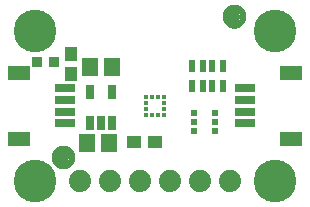
<source format=gbr>
G04 EAGLE Gerber RS-274X export*
G75*
%MOMM*%
%FSLAX34Y34*%
%LPD*%
%INSoldermask Top*%
%IPPOS*%
%AMOC8*
5,1,8,0,0,1.08239X$1,22.5*%
G01*
%ADD10R,1.341600X1.601600*%
%ADD11R,0.651600X1.301600*%
%ADD12R,1.176600X1.101600*%
%ADD13R,0.551600X1.001600*%
%ADD14R,0.601600X0.601600*%
%ADD15R,0.601600X0.501600*%
%ADD16R,0.351600X0.376600*%
%ADD17R,0.376600X0.351600*%
%ADD18C,1.879600*%
%ADD19C,3.617600*%
%ADD20R,1.651600X0.701600*%
%ADD21R,1.901600X1.301600*%
%ADD22C,1.101600*%
%ADD23C,0.500000*%
%ADD24R,0.901600X0.901600*%
%ADD25R,1.101600X1.176600*%


D10*
X69240Y57150D03*
X88240Y57150D03*
D11*
X71780Y74629D03*
X81280Y74629D03*
X90780Y74629D03*
X90780Y100631D03*
X71780Y100631D03*
D10*
X71780Y121920D03*
X90780Y121920D03*
D12*
X126610Y58420D03*
X109610Y58420D03*
D13*
X184450Y105800D03*
X184450Y122800D03*
X175450Y105800D03*
X167450Y105800D03*
X158450Y105800D03*
X158450Y122800D03*
X175450Y122800D03*
X167450Y122800D03*
D14*
X177910Y67430D03*
D15*
X177910Y74930D03*
D14*
X177910Y82430D03*
X159910Y82430D03*
D15*
X159910Y74930D03*
D14*
X159910Y67430D03*
D16*
X119500Y81400D03*
X124500Y81400D03*
X129500Y81400D03*
X134500Y81400D03*
D17*
X134500Y86400D03*
X134500Y91400D03*
D16*
X134500Y96400D03*
X129500Y96400D03*
X124500Y96400D03*
X119500Y96400D03*
D17*
X119500Y91400D03*
X119500Y86400D03*
D18*
X63500Y25400D03*
X88900Y25400D03*
X114300Y25400D03*
X139700Y25400D03*
X165100Y25400D03*
X190500Y25400D03*
D19*
X25400Y152400D03*
X228600Y152400D03*
D20*
X203460Y83900D03*
X203460Y93900D03*
X203460Y73900D03*
X203460Y103900D03*
D21*
X242460Y60900D03*
X242460Y116900D03*
D20*
X50540Y93900D03*
X50540Y83900D03*
X50540Y103900D03*
X50540Y73900D03*
D21*
X11540Y116900D03*
X11540Y60900D03*
D22*
X49530Y45085D03*
D23*
X49530Y52585D02*
X49349Y52583D01*
X49168Y52576D01*
X48987Y52565D01*
X48806Y52550D01*
X48626Y52530D01*
X48446Y52506D01*
X48267Y52478D01*
X48089Y52445D01*
X47912Y52408D01*
X47735Y52367D01*
X47560Y52322D01*
X47385Y52272D01*
X47212Y52218D01*
X47041Y52160D01*
X46870Y52098D01*
X46702Y52031D01*
X46535Y51961D01*
X46369Y51887D01*
X46206Y51808D01*
X46045Y51726D01*
X45885Y51640D01*
X45728Y51550D01*
X45573Y51456D01*
X45420Y51359D01*
X45270Y51257D01*
X45122Y51153D01*
X44976Y51044D01*
X44834Y50933D01*
X44694Y50817D01*
X44557Y50699D01*
X44422Y50577D01*
X44291Y50452D01*
X44163Y50324D01*
X44038Y50193D01*
X43916Y50058D01*
X43798Y49921D01*
X43682Y49781D01*
X43571Y49639D01*
X43462Y49493D01*
X43358Y49345D01*
X43256Y49195D01*
X43159Y49042D01*
X43065Y48887D01*
X42975Y48730D01*
X42889Y48570D01*
X42807Y48409D01*
X42728Y48246D01*
X42654Y48080D01*
X42584Y47913D01*
X42517Y47745D01*
X42455Y47574D01*
X42397Y47403D01*
X42343Y47230D01*
X42293Y47055D01*
X42248Y46880D01*
X42207Y46703D01*
X42170Y46526D01*
X42137Y46348D01*
X42109Y46169D01*
X42085Y45989D01*
X42065Y45809D01*
X42050Y45628D01*
X42039Y45447D01*
X42032Y45266D01*
X42030Y45085D01*
X49530Y52585D02*
X49711Y52583D01*
X49892Y52576D01*
X50073Y52565D01*
X50254Y52550D01*
X50434Y52530D01*
X50614Y52506D01*
X50793Y52478D01*
X50971Y52445D01*
X51148Y52408D01*
X51325Y52367D01*
X51500Y52322D01*
X51675Y52272D01*
X51848Y52218D01*
X52019Y52160D01*
X52190Y52098D01*
X52358Y52031D01*
X52525Y51961D01*
X52691Y51887D01*
X52854Y51808D01*
X53015Y51726D01*
X53175Y51640D01*
X53332Y51550D01*
X53487Y51456D01*
X53640Y51359D01*
X53790Y51257D01*
X53938Y51153D01*
X54084Y51044D01*
X54226Y50933D01*
X54366Y50817D01*
X54503Y50699D01*
X54638Y50577D01*
X54769Y50452D01*
X54897Y50324D01*
X55022Y50193D01*
X55144Y50058D01*
X55262Y49921D01*
X55378Y49781D01*
X55489Y49639D01*
X55598Y49493D01*
X55702Y49345D01*
X55804Y49195D01*
X55901Y49042D01*
X55995Y48887D01*
X56085Y48730D01*
X56171Y48570D01*
X56253Y48409D01*
X56332Y48246D01*
X56406Y48080D01*
X56476Y47913D01*
X56543Y47745D01*
X56605Y47574D01*
X56663Y47403D01*
X56717Y47230D01*
X56767Y47055D01*
X56812Y46880D01*
X56853Y46703D01*
X56890Y46526D01*
X56923Y46348D01*
X56951Y46169D01*
X56975Y45989D01*
X56995Y45809D01*
X57010Y45628D01*
X57021Y45447D01*
X57028Y45266D01*
X57030Y45085D01*
X57028Y44904D01*
X57021Y44723D01*
X57010Y44542D01*
X56995Y44361D01*
X56975Y44181D01*
X56951Y44001D01*
X56923Y43822D01*
X56890Y43644D01*
X56853Y43467D01*
X56812Y43290D01*
X56767Y43115D01*
X56717Y42940D01*
X56663Y42767D01*
X56605Y42596D01*
X56543Y42425D01*
X56476Y42257D01*
X56406Y42090D01*
X56332Y41924D01*
X56253Y41761D01*
X56171Y41600D01*
X56085Y41440D01*
X55995Y41283D01*
X55901Y41128D01*
X55804Y40975D01*
X55702Y40825D01*
X55598Y40677D01*
X55489Y40531D01*
X55378Y40389D01*
X55262Y40249D01*
X55144Y40112D01*
X55022Y39977D01*
X54897Y39846D01*
X54769Y39718D01*
X54638Y39593D01*
X54503Y39471D01*
X54366Y39353D01*
X54226Y39237D01*
X54084Y39126D01*
X53938Y39017D01*
X53790Y38913D01*
X53640Y38811D01*
X53487Y38714D01*
X53332Y38620D01*
X53175Y38530D01*
X53015Y38444D01*
X52854Y38362D01*
X52691Y38283D01*
X52525Y38209D01*
X52358Y38139D01*
X52190Y38072D01*
X52019Y38010D01*
X51848Y37952D01*
X51675Y37898D01*
X51500Y37848D01*
X51325Y37803D01*
X51148Y37762D01*
X50971Y37725D01*
X50793Y37692D01*
X50614Y37664D01*
X50434Y37640D01*
X50254Y37620D01*
X50073Y37605D01*
X49892Y37594D01*
X49711Y37587D01*
X49530Y37585D01*
X49349Y37587D01*
X49168Y37594D01*
X48987Y37605D01*
X48806Y37620D01*
X48626Y37640D01*
X48446Y37664D01*
X48267Y37692D01*
X48089Y37725D01*
X47912Y37762D01*
X47735Y37803D01*
X47560Y37848D01*
X47385Y37898D01*
X47212Y37952D01*
X47041Y38010D01*
X46870Y38072D01*
X46702Y38139D01*
X46535Y38209D01*
X46369Y38283D01*
X46206Y38362D01*
X46045Y38444D01*
X45885Y38530D01*
X45728Y38620D01*
X45573Y38714D01*
X45420Y38811D01*
X45270Y38913D01*
X45122Y39017D01*
X44976Y39126D01*
X44834Y39237D01*
X44694Y39353D01*
X44557Y39471D01*
X44422Y39593D01*
X44291Y39718D01*
X44163Y39846D01*
X44038Y39977D01*
X43916Y40112D01*
X43798Y40249D01*
X43682Y40389D01*
X43571Y40531D01*
X43462Y40677D01*
X43358Y40825D01*
X43256Y40975D01*
X43159Y41128D01*
X43065Y41283D01*
X42975Y41440D01*
X42889Y41600D01*
X42807Y41761D01*
X42728Y41924D01*
X42654Y42090D01*
X42584Y42257D01*
X42517Y42425D01*
X42455Y42596D01*
X42397Y42767D01*
X42343Y42940D01*
X42293Y43115D01*
X42248Y43290D01*
X42207Y43467D01*
X42170Y43644D01*
X42137Y43822D01*
X42109Y44001D01*
X42085Y44181D01*
X42065Y44361D01*
X42050Y44542D01*
X42039Y44723D01*
X42032Y44904D01*
X42030Y45085D01*
D22*
X194310Y164211D03*
D23*
X194310Y171711D02*
X194129Y171709D01*
X193948Y171702D01*
X193767Y171691D01*
X193586Y171676D01*
X193406Y171656D01*
X193226Y171632D01*
X193047Y171604D01*
X192869Y171571D01*
X192692Y171534D01*
X192515Y171493D01*
X192340Y171448D01*
X192165Y171398D01*
X191992Y171344D01*
X191821Y171286D01*
X191650Y171224D01*
X191482Y171157D01*
X191315Y171087D01*
X191149Y171013D01*
X190986Y170934D01*
X190825Y170852D01*
X190665Y170766D01*
X190508Y170676D01*
X190353Y170582D01*
X190200Y170485D01*
X190050Y170383D01*
X189902Y170279D01*
X189756Y170170D01*
X189614Y170059D01*
X189474Y169943D01*
X189337Y169825D01*
X189202Y169703D01*
X189071Y169578D01*
X188943Y169450D01*
X188818Y169319D01*
X188696Y169184D01*
X188578Y169047D01*
X188462Y168907D01*
X188351Y168765D01*
X188242Y168619D01*
X188138Y168471D01*
X188036Y168321D01*
X187939Y168168D01*
X187845Y168013D01*
X187755Y167856D01*
X187669Y167696D01*
X187587Y167535D01*
X187508Y167372D01*
X187434Y167206D01*
X187364Y167039D01*
X187297Y166871D01*
X187235Y166700D01*
X187177Y166529D01*
X187123Y166356D01*
X187073Y166181D01*
X187028Y166006D01*
X186987Y165829D01*
X186950Y165652D01*
X186917Y165474D01*
X186889Y165295D01*
X186865Y165115D01*
X186845Y164935D01*
X186830Y164754D01*
X186819Y164573D01*
X186812Y164392D01*
X186810Y164211D01*
X194310Y171711D02*
X194491Y171709D01*
X194672Y171702D01*
X194853Y171691D01*
X195034Y171676D01*
X195214Y171656D01*
X195394Y171632D01*
X195573Y171604D01*
X195751Y171571D01*
X195928Y171534D01*
X196105Y171493D01*
X196280Y171448D01*
X196455Y171398D01*
X196628Y171344D01*
X196799Y171286D01*
X196970Y171224D01*
X197138Y171157D01*
X197305Y171087D01*
X197471Y171013D01*
X197634Y170934D01*
X197795Y170852D01*
X197955Y170766D01*
X198112Y170676D01*
X198267Y170582D01*
X198420Y170485D01*
X198570Y170383D01*
X198718Y170279D01*
X198864Y170170D01*
X199006Y170059D01*
X199146Y169943D01*
X199283Y169825D01*
X199418Y169703D01*
X199549Y169578D01*
X199677Y169450D01*
X199802Y169319D01*
X199924Y169184D01*
X200042Y169047D01*
X200158Y168907D01*
X200269Y168765D01*
X200378Y168619D01*
X200482Y168471D01*
X200584Y168321D01*
X200681Y168168D01*
X200775Y168013D01*
X200865Y167856D01*
X200951Y167696D01*
X201033Y167535D01*
X201112Y167372D01*
X201186Y167206D01*
X201256Y167039D01*
X201323Y166871D01*
X201385Y166700D01*
X201443Y166529D01*
X201497Y166356D01*
X201547Y166181D01*
X201592Y166006D01*
X201633Y165829D01*
X201670Y165652D01*
X201703Y165474D01*
X201731Y165295D01*
X201755Y165115D01*
X201775Y164935D01*
X201790Y164754D01*
X201801Y164573D01*
X201808Y164392D01*
X201810Y164211D01*
X201808Y164030D01*
X201801Y163849D01*
X201790Y163668D01*
X201775Y163487D01*
X201755Y163307D01*
X201731Y163127D01*
X201703Y162948D01*
X201670Y162770D01*
X201633Y162593D01*
X201592Y162416D01*
X201547Y162241D01*
X201497Y162066D01*
X201443Y161893D01*
X201385Y161722D01*
X201323Y161551D01*
X201256Y161383D01*
X201186Y161216D01*
X201112Y161050D01*
X201033Y160887D01*
X200951Y160726D01*
X200865Y160566D01*
X200775Y160409D01*
X200681Y160254D01*
X200584Y160101D01*
X200482Y159951D01*
X200378Y159803D01*
X200269Y159657D01*
X200158Y159515D01*
X200042Y159375D01*
X199924Y159238D01*
X199802Y159103D01*
X199677Y158972D01*
X199549Y158844D01*
X199418Y158719D01*
X199283Y158597D01*
X199146Y158479D01*
X199006Y158363D01*
X198864Y158252D01*
X198718Y158143D01*
X198570Y158039D01*
X198420Y157937D01*
X198267Y157840D01*
X198112Y157746D01*
X197955Y157656D01*
X197795Y157570D01*
X197634Y157488D01*
X197471Y157409D01*
X197305Y157335D01*
X197138Y157265D01*
X196970Y157198D01*
X196799Y157136D01*
X196628Y157078D01*
X196455Y157024D01*
X196280Y156974D01*
X196105Y156929D01*
X195928Y156888D01*
X195751Y156851D01*
X195573Y156818D01*
X195394Y156790D01*
X195214Y156766D01*
X195034Y156746D01*
X194853Y156731D01*
X194672Y156720D01*
X194491Y156713D01*
X194310Y156711D01*
X194129Y156713D01*
X193948Y156720D01*
X193767Y156731D01*
X193586Y156746D01*
X193406Y156766D01*
X193226Y156790D01*
X193047Y156818D01*
X192869Y156851D01*
X192692Y156888D01*
X192515Y156929D01*
X192340Y156974D01*
X192165Y157024D01*
X191992Y157078D01*
X191821Y157136D01*
X191650Y157198D01*
X191482Y157265D01*
X191315Y157335D01*
X191149Y157409D01*
X190986Y157488D01*
X190825Y157570D01*
X190665Y157656D01*
X190508Y157746D01*
X190353Y157840D01*
X190200Y157937D01*
X190050Y158039D01*
X189902Y158143D01*
X189756Y158252D01*
X189614Y158363D01*
X189474Y158479D01*
X189337Y158597D01*
X189202Y158719D01*
X189071Y158844D01*
X188943Y158972D01*
X188818Y159103D01*
X188696Y159238D01*
X188578Y159375D01*
X188462Y159515D01*
X188351Y159657D01*
X188242Y159803D01*
X188138Y159951D01*
X188036Y160101D01*
X187939Y160254D01*
X187845Y160409D01*
X187755Y160566D01*
X187669Y160726D01*
X187587Y160887D01*
X187508Y161050D01*
X187434Y161216D01*
X187364Y161383D01*
X187297Y161551D01*
X187235Y161722D01*
X187177Y161893D01*
X187123Y162066D01*
X187073Y162241D01*
X187028Y162416D01*
X186987Y162593D01*
X186950Y162770D01*
X186917Y162948D01*
X186889Y163127D01*
X186865Y163307D01*
X186845Y163487D01*
X186830Y163668D01*
X186819Y163849D01*
X186812Y164030D01*
X186810Y164211D01*
D19*
X25400Y25400D03*
X228600Y25400D03*
D24*
X41790Y125730D03*
X26790Y125730D03*
D25*
X55880Y132960D03*
X55880Y115960D03*
M02*

</source>
